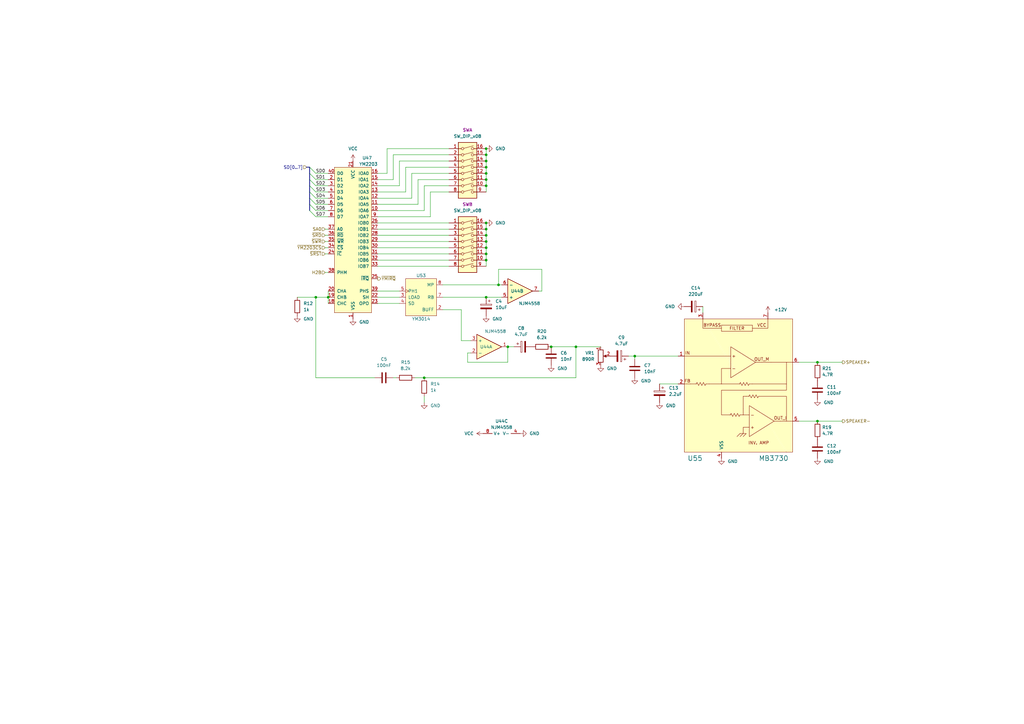
<source format=kicad_sch>
(kicad_sch (version 20211123) (generator eeschema)
  (paper "A3")
  (title_block (title "Insector X - P0-056A") (date "2022-12-06") (company "Ulf Skutnabba, twitter: @skutis77"))
  (lib_symbols
    (symbol "Device:C" (pin_numbers hide) (pin_names (offset 0.254))
      (property "Reference" "C" (at 0.635 2.54 0))
      (property "Value" "C" (at 0.635 -2.54 0))
      (symbol "C_0_1"
        (polyline (pts (xy -2.032 -0.762) (xy 2.032 -0.762)) (stroke (width 0.508)))
        (polyline (pts (xy -2.032 0.762) (xy 2.032 0.762)) (stroke (width 0.508)))
      )
      (symbol "C_1_1"
        (pin passive line (at 0 3.81 270) (length 2.794) (name "~") (number "1"))
        (pin passive line (at 0 -3.81 90) (length 2.794) (name "~") (number "2"))
      )
    )
    (symbol "Device:C_Polarized" (pin_numbers hide) (pin_names (offset 0.254))
      (property "Reference" "C" (at 0.635 2.54 0))
      (property "Value" "C_Polarized" (at 0.635 -2.54 0))
      (symbol "C_Polarized_0_1"
        (rectangle (start -2.286 0.508) (end 2.286 1.016))
        (polyline (pts (xy -1.778 2.286) (xy -0.762 2.286)))
        (polyline (pts (xy -1.27 2.794) (xy -1.27 1.778)))
        (rectangle (start 2.286 -0.508) (end -2.286 -1.016) (fill (type outline)))
      )
      (symbol "C_Polarized_1_1"
        (pin passive line (at 0 3.81 270) (length 2.794) (name "~") (number "1"))
        (pin passive line (at 0 -3.81 90) (length 2.794) (name "~") (number "2"))
      )
    )
    (symbol "Device:Opamp_Dual"
      (property "Reference" "U" (at 0 5.08 0))
      (property "Value" "Opamp_Dual" (at 0 -5.08 0))
      (symbol "Opamp_Dual_1_1"
        (polyline (pts (xy -5.08 5.08) (xy 5.08 0) (xy -5.08 -5.08) (xy -5.08 5.08)) (stroke (width 0.254)) (fill (type background)))
        (pin output line (at 7.62 0 180) (length 2.54) (name "~") (number "1"))
        (pin input line (at -7.62 -2.54 0) (length 2.54) (name "-") (number "2"))
        (pin input line (at -7.62 2.54 0) (length 2.54) (name "+") (number "3"))
      )
      (symbol "Opamp_Dual_2_1"
        (polyline (pts (xy -5.08 5.08) (xy 5.08 0) (xy -5.08 -5.08) (xy -5.08 5.08)) (stroke (width 0.254)) (fill (type background)))
        (pin input line (at -7.62 2.54 0) (length 2.54) (name "+") (number "5"))
        (pin input line (at -7.62 -2.54 0) (length 2.54) (name "-") (number "6"))
        (pin output line (at 7.62 0 180) (length 2.54) (name "~") (number "7"))
      )
      (symbol "Opamp_Dual_3_1"
        (pin power_in line (at -2.54 -7.62 90) (length 3.81) (name "V-") (number "4"))
        (pin power_in line (at -2.54 7.62 270) (length 3.81) (name "V+") (number "8"))
      )
    )
    (symbol "Device:R" (pin_numbers hide) (pin_names (offset 0))
      (property "Reference" "R" (at 2.032 0 90))
      (property "Value" "R" (at 0 0 90))
      (symbol "R_0_1"
        (rectangle (start -1.016 -2.54) (end 1.016 2.54) (stroke (width 0.254)))
      )
      (symbol "R_1_1"
        (pin passive line (at 0 3.81 270) (length 1.27) (name "~") (number "1"))
        (pin passive line (at 0 -3.81 90) (length 1.27) (name "~") (number "2"))
      )
    )
    (symbol "Device:R_Potentiometer" (pin_names (offset 1.016) hide)
      (property "Reference" "RV" (at -4.445 0 90))
      (property "Value" "R_Potentiometer" (at -2.54 0 90))
      (symbol "R_Potentiometer_0_1"
        (polyline (pts (xy 2.54 0) (xy 1.524 0)))
        (polyline (pts (xy 1.143 0) (xy 2.286 0.508) (xy 2.286 -0.508) (xy 1.143 0)) (fill (type outline)))
        (rectangle (start 1.016 2.54) (end -1.016 -2.54) (stroke (width 0.254)))
      )
      (symbol "R_Potentiometer_1_1"
        (pin passive line (at 0 3.81 270) (length 1.27) (name "1") (number "1"))
        (pin passive line (at 3.81 0 180) (length 1.27) (name "2") (number "2"))
        (pin passive line (at 0 -3.81 90) (length 1.27) (name "3") (number "3"))
      )
    )
    (symbol "Switch:SW_DIP_x08" (pin_names (offset 0) hide)
      (property "Reference" "SW" (at 0 13.97 0))
      (property "Value" "SW_DIP_x08" (at 0 -11.43 0))
      (symbol "SW_DIP_x08_0_0"
        (circle (center -2.032 -7.62) (radius 0.508))
        (circle (center -2.032 -5.08) (radius 0.508))
        (circle (center -2.032 -2.54) (radius 0.508))
        (circle (center -2.032 0) (radius 0.508))
        (circle (center -2.032 2.54) (radius 0.508))
        (circle (center -2.032 5.08) (radius 0.508))
        (circle (center -2.032 7.62) (radius 0.508))
        (circle (center -2.032 10.16) (radius 0.508))
        (polyline (pts (xy -1.524 -7.4676) (xy 2.3622 -6.4262)))
        (polyline (pts (xy -1.524 -4.9276) (xy 2.3622 -3.8862)))
        (polyline (pts (xy -1.524 -2.3876) (xy 2.3622 -1.3462)))
        (polyline (pts (xy -1.524 0.127) (xy 2.3622 1.1684)))
        (polyline (pts (xy -1.524 2.667) (xy 2.3622 3.7084)))
        (polyline (pts (xy -1.524 5.207) (xy 2.3622 6.2484)))
        (polyline (pts (xy -1.524 7.747) (xy 2.3622 8.7884)))
        (polyline (pts (xy -1.524 10.287) (xy 2.3622 11.3284)))
        (circle (center 2.032 -7.62) (radius 0.508))
        (circle (center 2.032 -5.08) (radius 0.508))
        (circle (center 2.032 -2.54) (radius 0.508))
        (circle (center 2.032 0) (radius 0.508))
        (circle (center 2.032 2.54) (radius 0.508))
        (circle (center 2.032 5.08) (radius 0.508))
        (circle (center 2.032 7.62) (radius 0.508))
        (circle (center 2.032 10.16) (radius 0.508))
      )
      (symbol "SW_DIP_x08_0_1"
        (rectangle (start -3.81 12.7) (end 3.81 -10.16) (stroke (width 0.254)) (fill (type background)))
      )
      (symbol "SW_DIP_x08_1_1"
        (pin passive line (at -7.62 10.16 0) (length 5.08) (name "~") (number "1"))
        (pin passive line (at 7.62 -5.08 180) (length 5.08) (name "~") (number "10"))
        (pin passive line (at 7.62 -2.54 180) (length 5.08) (name "~") (number "11"))
        (pin passive line (at 7.62 0 180) (length 5.08) (name "~") (number "12"))
        (pin passive line (at 7.62 2.54 180) (length 5.08) (name "~") (number "13"))
        (pin passive line (at 7.62 5.08 180) (length 5.08) (name "~") (number "14"))
        (pin passive line (at 7.62 7.62 180) (length 5.08) (name "~") (number "15"))
        (pin passive line (at 7.62 10.16 180) (length 5.08) (name "~") (number "16"))
        (pin passive line (at -7.62 7.62 0) (length 5.08) (name "~") (number "2"))
        (pin passive line (at -7.62 5.08 0) (length 5.08) (name "~") (number "3"))
        (pin passive line (at -7.62 2.54 0) (length 5.08) (name "~") (number "4"))
        (pin passive line (at -7.62 0 0) (length 5.08) (name "~") (number "5"))
        (pin passive line (at -7.62 -2.54 0) (length 5.08) (name "~") (number "6"))
        (pin passive line (at -7.62 -5.08 0) (length 5.08) (name "~") (number "7"))
        (pin passive line (at -7.62 -7.62 0) (length 5.08) (name "~") (number "8"))
        (pin passive line (at 7.62 -7.62 180) (length 5.08) (name "~") (number "9"))
      )
    )
    (symbol "fujitsu:MB3730" (pin_names (offset 1.016))
      (property "Reference" "U" (at -12.7 17.78 0))
      (property "Value" "MB3730" (at 12.7 17.78 0))
      (symbol "MB3730_0_0"
        (rectangle (start -6.35 25.4) (end 6.35 22.86))
        (polyline (pts (xy -2.54 12.7) (xy -21.59 12.7)))
        (polyline (pts (xy 1.27 -20.32) (xy 2.54 -19.05)))
        (polyline (pts (xy 1.27 -19.05) (xy 0 -20.32)))
        (polyline (pts (xy 2.54 -11.43) (xy 5.08 -11.43)))
        (polyline (pts (xy 2.54 -8.89) (xy 2.54 -11.43)))
        (polyline (pts (xy 2.54 -8.89) (xy 2.54 -3.81)))
        (polyline (pts (xy 3.81 -3.81) (xy 2.54 -3.81)))
        (polyline (pts (xy 10.16 10.16) (xy 7.62 10.16)))
        (polyline (pts (xy 13.97 10.16) (xy 10.16 10.16)))
        (polyline (pts (xy 17.78 -13.97) (xy 15.24 -13.97)))
        (polyline (pts (xy 20.32 -13.97) (xy 22.86 -13.97)))
        (polyline (pts (xy 20.32 1.27) (xy 20.32 10.16)))
        (polyline (pts (xy 20.32 10.16) (xy 13.97 10.16)))
        (polyline (pts (xy 20.32 10.16) (xy 22.86 10.16)))
        (polyline (pts (xy -6.35 24.13) (xy -13.97 24.13) (xy -13.97 27.94)))
        (polyline (pts (xy 12.7 27.94) (xy 12.7 24.13) (xy 6.35 24.13)))
        (polyline (pts (xy -13.97 27.94) (xy -21.59 27.94) (xy -21.59 -26.67) (xy 20.32 -26.67)) (fill (type background)))
        (polyline (pts (xy 5.08 -1.27) (xy -6.35 -1.27) (xy -6.35 -11.43) (xy -2.54 -11.43)))
        (polyline (pts (xy 5.08 -1.27) (xy 20.32 -1.27) (xy 20.32 1.27) (xy 6.35 1.27)))
        (polyline (pts (xy 8.89 -3.81) (xy 20.32 -3.81) (xy 20.32 -13.97) (xy 17.78 -13.97)))
        (polyline (pts (xy 20.32 -26.67) (xy 22.86 -26.67) (xy 22.86 27.94) (xy -13.97 27.94)) (fill (type background)))
        (polyline (pts (xy 5.08 -16.51) (xy 2.54 -16.51) (xy 2.54 -19.05) (xy 1.27 -19.05) (xy 2.54 -19.05) (xy 3.81 -19.05) (xy 2.54 -20.32)))
        (text "+" (at -1.27 12.7 0) (effects (font (size 1.27 1.27))))
        (text "+" (at 6.35 -16.51 0) (effects (font (size 1.27 1.27))))
        (text "-" (at -1.27 7.62 0) (effects (font (size 1.27 1.27))))
        (text "-" (at 6.35 -11.43 0) (effects (font (size 1.27 1.27))))
        (text "BYPASS" (at -10.16 25.4 0) (effects (font (size 1.27 1.27))))
        (text "FB" (at -20.32 2.54 0) (effects (font (size 1.27 1.27))))
        (text "FILTER" (at 0 24.13 0) (effects (font (size 1.27 1.27))))
        (text "IN" (at -20.32 13.97 0) (effects (font (size 1.27 1.27))))
        (text "INV. AMP" (at 8.89 -22.86 0) (effects (font (size 1.27 1.27))))
        (text "OUT_I" (at 17.78 -12.7 0) (effects (font (size 1.27 1.27))))
        (text "OUT_M" (at 10.16 11.43 0) (effects (font (size 1.27 1.27))))
        (text "VCC" (at 10.16 25.4 0) (effects (font (size 1.27 1.27))))
      )
      (symbol "MB3730_0_1"
        (polyline (pts (xy -21.59 1.27) (xy -19.05 1.27)))
        (polyline (pts (xy -16.51 1.27) (xy -19.05 1.27)))
        (polyline (pts (xy -6.35 1.27) (xy -11.43 1.27)))
        (polyline (pts (xy -6.35 1.27) (xy 1.27 1.27)))
        (polyline (pts (xy -2.54 7.62) (xy -6.35 7.62) (xy -6.35 1.27)))
      )
      (symbol "MB3730_1_1"
        (polyline (pts (xy -12.7508 1.27) (xy -11.43 1.27)))
        (polyline (pts (xy 1.2192 -11.43) (xy 2.54 -11.43)))
        (polyline (pts (xy 3.7592 -3.81) (xy 5.08 -3.81)))
        (polyline (pts (xy 5.0292 1.27) (xy 6.35 1.27)))
        (polyline (pts (xy 7.62 10.16) (xy -2.54 3.81) (xy -2.54 16.51) (xy 7.62 10.16)))
        (polyline (pts (xy 15.24 -13.97) (xy 5.08 -20.32) (xy 5.08 -7.62) (xy 15.24 -13.97)) (fill (type background)))
        (polyline (pts (xy -16.7132 1.27) (xy -16.383 1.905) (xy -15.7226 0.635) (xy -15.0622 1.905) (xy -14.4018 0.635) (xy -13.7414 1.905) (xy -13.081 0.635) (xy -12.7508 1.27)))
        (polyline (pts (xy -2.7432 -11.43) (xy -2.413 -10.795) (xy -1.7526 -12.065) (xy -1.0922 -10.795) (xy -0.4318 -12.065) (xy 0.2286 -10.795) (xy 0.889 -12.065) (xy 1.2192 -11.43)))
        (polyline (pts (xy 1.0668 1.27) (xy 1.397 1.905) (xy 2.0574 0.635) (xy 2.7178 1.905) (xy 3.3782 0.635) (xy 4.0386 1.905) (xy 4.699 0.635) (xy 5.0292 1.27)))
        (polyline (pts (xy 4.8768 -3.81) (xy 5.207 -3.175) (xy 5.8674 -4.445) (xy 6.5278 -3.175) (xy 7.1882 -4.445) (xy 7.8486 -3.175) (xy 8.509 -4.445) (xy 8.8392 -3.81)))
        (pin input line (at -24.13 12.7 0) (length 2.54) (name "~") (number "1"))
        (pin input line (at -24.13 1.27 0) (length 2.54) (name "~") (number "2"))
        (pin input line (at -13.97 30.48 270) (length 2.54) (name "~") (number "3"))
        (pin power_in line (at -6.35 -29.21 90) (length 2.54) (name "VSS") (number "4"))
        (pin output line (at 25.4 -13.97 180) (length 2.54) (name "~") (number "5"))
        (pin output line (at 25.4 10.16 180) (length 2.54) (name "~") (number "6"))
        (pin power_in line (at 12.7 30.48 270) (length 2.54) (name "~") (number "7"))
      )
    )
    (symbol "power:+12V" (power) (pin_names (offset 0))
      (property "Value" "+12V" (at 0 3.556 0))
      (symbol "+12V_0_1"
        (polyline (pts (xy -0.762 1.27) (xy 0 2.54)))
        (polyline (pts (xy 0 0) (xy 0 2.54)))
        (polyline (pts (xy 0 2.54) (xy 0.762 1.27)))
      )
      (symbol "+12V_1_1"
        (pin power_in line (at 0 0 90) (length 0) hide (name "+12V") (number "1"))
      )
    )
    (symbol "power:GND" (power) (pin_names (offset 0))
      (property "Value" "GND" (at 0 -3.81 0))
      (symbol "GND_0_1"
        (polyline (pts (xy 0 0) (xy 0 -1.27) (xy 1.27 -1.27) (xy 0 -2.54) (xy -1.27 -1.27) (xy 0 -1.27)))
      )
      (symbol "GND_1_1"
        (pin power_in line (at 0 0 270) (length 0) hide (name "GND") (number "1"))
      )
    )
    (symbol "power:VCC" (power) (pin_names (offset 0))
      (property "Value" "VCC" (at 0 3.81 0))
      (symbol "VCC_0_1"
        (polyline (pts (xy -0.762 1.27) (xy 0 2.54)))
        (polyline (pts (xy 0 0) (xy 0 2.54)))
        (polyline (pts (xy 0 2.54) (xy 0.762 1.27)))
      )
      (symbol "VCC_1_1"
        (pin power_in line (at 0 0 90) (length 0) hide (name "VCC") (number "1"))
      )
    )
    (symbol "yamaha:YM2203" (pin_names (offset 1.016))
      (property "Reference" "YM" (at 7.62 24.13 0))
      (property "Value" "YM2203" (at 3.81 -38.1 0))
      (symbol "YM2203_0_1"
        (rectangle (start -7.62 22.86) (end 7.62 -36.83) (fill (type background)))
      )
      (symbol "YM2203_1_1"
        (pin power_in line (at 0 -39.37 90) (length 2.54) (name "VSS") (number "1"))
        (pin bidirectional line (at 10.16 5.08 180) (length 2.54) (name "IOA6") (number "10"))
        (pin bidirectional line (at 10.16 7.62 180) (length 2.54) (name "IOA5") (number "11"))
        (pin bidirectional line (at 10.16 10.16 180) (length 2.54) (name "IOA4") (number "12"))
        (pin bidirectional line (at 10.16 12.7 180) (length 2.54) (name "IOA3") (number "13"))
        (pin bidirectional line (at 10.16 15.24 180) (length 2.54) (name "IOA2") (number "14"))
        (pin bidirectional line (at 10.16 17.78 180) (length 2.54) (name "IOA1") (number "15"))
        (pin bidirectional line (at 10.16 20.32 180) (length 2.54) (name "IOA0") (number "16"))
        (pin passive line (at -10.16 -33.02 0) (length 2.54) (name "CHC") (number "18"))
        (pin passive line (at -10.16 -30.48 0) (length 2.54) (name "CHB") (number "19"))
        (pin tri_state line (at -10.16 17.78 0) (length 2.54) (name "D1") (number "2"))
        (pin passive line (at -10.16 -27.94 0) (length 2.54) (name "CHA") (number "20"))
        (pin power_in line (at 0 25.4 270) (length 2.54) (name "VCC") (number "21"))
        (pin output line (at 10.16 -30.48 180) (length 2.54) (name "SH") (number "22"))
        (pin output line (at 10.16 -33.02 180) (length 2.54) (name "OPO") (number "23"))
        (pin input line (at -10.16 -12.7 0) (length 2.54) (name "~{IC}") (number "24"))
        (pin output line (at 10.16 -22.86 180) (length 2.54) (name "~{IRQ}") (number "25"))
        (pin bidirectional line (at 10.16 0 180) (length 2.54) (name "IOB0") (number "26"))
        (pin bidirectional line (at 10.16 -2.54 180) (length 2.54) (name "IOB1") (number "27"))
        (pin bidirectional line (at 10.16 -5.08 180) (length 2.54) (name "IOB2") (number "28"))
        (pin bidirectional line (at 10.16 -7.62 180) (length 2.54) (name "IOB3") (number "29"))
        (pin tri_state line (at -10.16 15.24 0) (length 2.54) (name "D2") (number "3"))
        (pin bidirectional line (at 10.16 -10.16 180) (length 2.54) (name "IOB4") (number "30"))
        (pin bidirectional line (at 10.16 -12.7 180) (length 2.54) (name "IOB5") (number "31"))
        (pin bidirectional line (at 10.16 -15.24 180) (length 2.54) (name "IOB6") (number "32"))
        (pin bidirectional line (at 10.16 -17.78 180) (length 2.54) (name "IOB7") (number "33"))
        (pin input line (at -10.16 -10.16 0) (length 2.54) (name "~{CS}") (number "34"))
        (pin input line (at -10.16 -7.62 0) (length 2.54) (name "~{WR}") (number "35"))
        (pin input line (at -10.16 -5.08 0) (length 2.54) (name "~{RD}") (number "36"))
        (pin input line (at -10.16 -2.54 0) (length 2.54) (name "A0") (number "37"))
        (pin input line (at -10.16 -20.32 0) (length 2.54) (name "PHM") (number "38"))
        (pin output line (at 10.16 -27.94 180) (length 2.54) (name "PHS") (number "39"))
        (pin tri_state line (at -10.16 12.7 0) (length 2.54) (name "D3") (number "4"))
        (pin tri_state line (at -10.16 20.32 0) (length 2.54) (name "D0") (number "40"))
        (pin tri_state line (at -10.16 10.16 0) (length 2.54) (name "D4") (number "5"))
        (pin tri_state line (at -10.16 7.62 0) (length 2.54) (name "D5") (number "6"))
        (pin tri_state line (at -10.16 5.08 0) (length 2.54) (name "D6") (number "7"))
        (pin tri_state line (at -10.16 2.54 0) (length 2.54) (name "D7") (number "8"))
        (pin bidirectional line (at 10.16 2.54 180) (length 2.54) (name "IOA7") (number "9"))
      )
    )
    (symbol "yamaha:YM3014" (pin_names (offset 1.016))
      (property "Reference" "YM" (at -2.54 15.24 0))
      (property "Value" "YM3014" (at 0 12.7 0))
      (symbol "YM3014_0_1"
        (rectangle (start -5.08 11.43) (end 7.62 -3.81) (fill (type background)))
      )
      (symbol "YM3014_1_1"
        (pin power_in line (at 1.27 11.43 270) (length 2.54) hide (name "VCC") (number "1"))
        (pin output line (at 10.16 -1.27 180) (length 2.54) (name "BUFF") (number "2"))
        (pin input line (at -7.62 3.81 0) (length 2.54) (name "LOAD") (number "3"))
        (pin input line (at -7.62 1.27 0) (length 2.54) (name "SD") (number "4"))
        (pin input clock (at -7.62 6.35 0) (length 2.54) (name "PH1") (number "5"))
        (pin power_in line (at 1.27 -3.81 90) (length 2.54) hide (name "VSS") (number "6"))
        (pin output line (at 10.16 3.81 180) (length 2.54) (name "RB") (number "7"))
        (pin bidirectional line (at 10.16 8.89 180) (length 2.54) (name "MP") (number "8"))
      )
    )
  )
  (junction (at 199.39 96.52))
  (junction (at 199.39 63.5))
  (junction (at 199.39 60.96))
  (junction (at 129.54 121.92))
  (junction (at 199.39 99.06))
  (junction (at 199.39 106.68))
  (junction (at 134.62 121.92))
  (junction (at 199.39 121.92))
  (junction (at 204.47 116.84))
  (junction (at 335.28 172.72))
  (junction (at 226.06 142.24))
  (junction (at 199.39 76.2))
  (junction (at 199.39 101.6))
  (junction (at 199.39 93.98))
  (junction (at 199.39 71.12))
  (junction (at 236.22 142.24))
  (junction (at 208.28 142.24))
  (junction (at 199.39 104.14))
  (junction (at 199.39 68.58))
  (junction (at 199.39 73.66))
  (junction (at 260.35 146.05))
  (junction (at 199.39 66.04))
  (junction (at 199.39 91.44))
  (junction (at 335.28 148.59))
  (junction (at 173.99 154.94))
  (bus_entry (at 127 78.74) (size 2.54 2.54))
  (bus_entry (at 127 73.66) (size 2.54 2.54))
  (bus_entry (at 127 76.2) (size 2.54 2.54))
  (bus_entry (at 127 81.28) (size 2.54 2.54))
  (bus_entry (at 127 83.82) (size 2.54 2.54))
  (bus_entry (at 127 68.58) (size 2.54 2.54))
  (bus_entry (at 127 71.12) (size 2.54 2.54))
  (bus_entry (at 127 86.36) (size 2.54 2.54))
  (wire (pts (xy 199.39 99.06) (xy 199.39 101.6)))
  (wire (pts (xy 129.54 88.9) (xy 134.62 88.9)))
  (wire (pts (xy 327.66 148.59) (xy 335.28 148.59)))
  (wire (pts (xy 154.94 91.44) (xy 184.15 91.44)))
  (wire (pts (xy 154.94 119.38) (xy 163.83 119.38)))
  (wire (pts (xy 173.99 165.1) (xy 173.99 162.56)))
  (wire (pts (xy 199.39 106.68) (xy 199.39 109.22)))
  (wire (pts (xy 208.28 142.24) (xy 210.82 142.24)))
  (wire (pts (xy 199.39 71.12) (xy 199.39 73.66)))
  (wire (pts (xy 154.94 121.92) (xy 163.83 121.92)))
  (wire (pts (xy 191.77 148.59) (xy 208.28 148.59)))
  (wire (pts (xy 173.99 86.36) (xy 173.99 76.2)))
  (wire (pts (xy 134.62 119.38) (xy 134.62 121.92)))
  (wire (pts (xy 173.99 154.94) (xy 236.22 154.94)))
  (wire (pts (xy 236.22 142.24) (xy 246.38 142.24)))
  (wire (pts (xy 270.51 157.48) (xy 278.13 157.48)))
  (wire (pts (xy 168.91 81.28) (xy 168.91 71.12)))
  (wire (pts (xy 153.67 154.94) (xy 129.54 154.94)))
  (wire (pts (xy 199.39 104.14) (xy 199.39 106.68)))
  (wire (pts (xy 158.75 71.12) (xy 158.75 60.96)))
  (wire (pts (xy 199.39 66.04) (xy 199.39 68.58)))
  (wire (pts (xy 166.37 68.58) (xy 184.15 68.58)))
  (wire (pts (xy 154.94 78.74) (xy 166.37 78.74)))
  (wire (pts (xy 154.94 99.06) (xy 184.15 99.06)))
  (wire (pts (xy 129.54 83.82) (xy 134.62 83.82)))
  (bus (pts (xy 127 83.82) (xy 127 81.28)))
  (wire (pts (xy 199.39 101.6) (xy 199.39 104.14)))
  (wire (pts (xy 161.29 73.66) (xy 161.29 63.5)))
  (wire (pts (xy 154.94 88.9) (xy 176.53 88.9)))
  (wire (pts (xy 204.47 116.84) (xy 205.74 116.84)))
  (bus (pts (xy 127 76.2) (xy 127 73.66)))
  (wire (pts (xy 335.28 172.72) (xy 345.44 172.72)))
  (wire (pts (xy 335.28 148.59) (xy 345.44 148.59)))
  (wire (pts (xy 134.62 121.92) (xy 134.62 124.46)))
  (wire (pts (xy 199.39 63.5) (xy 199.39 66.04)))
  (wire (pts (xy 327.66 172.72) (xy 335.28 172.72)))
  (bus (pts (xy 127 73.66) (xy 127 71.12)))
  (wire (pts (xy 121.92 121.92) (xy 129.54 121.92)))
  (wire (pts (xy 129.54 73.66) (xy 134.62 73.66)))
  (wire (pts (xy 193.04 139.7) (xy 189.23 139.7)))
  (wire (pts (xy 161.29 63.5) (xy 184.15 63.5)))
  (wire (pts (xy 133.35 111.76) (xy 134.62 111.76)))
  (wire (pts (xy 193.04 144.78) (xy 191.77 144.78)))
  (wire (pts (xy 168.91 71.12) (xy 184.15 71.12)))
  (wire (pts (xy 129.54 76.2) (xy 134.62 76.2)))
  (wire (pts (xy 171.45 83.82) (xy 171.45 73.66)))
  (wire (pts (xy 176.53 88.9) (xy 176.53 78.74)))
  (wire (pts (xy 208.28 148.59) (xy 208.28 142.24)))
  (wire (pts (xy 133.35 104.14) (xy 134.62 104.14)))
  (wire (pts (xy 154.94 106.68) (xy 184.15 106.68)))
  (wire (pts (xy 191.77 144.78) (xy 191.77 148.59)))
  (wire (pts (xy 199.39 93.98) (xy 199.39 96.52)))
  (wire (pts (xy 154.94 109.22) (xy 184.15 109.22)))
  (wire (pts (xy 154.94 86.36) (xy 173.99 86.36)))
  (wire (pts (xy 133.35 93.98) (xy 134.62 93.98)))
  (bus (pts (xy 127 71.12) (xy 127 68.58)))
  (wire (pts (xy 154.94 124.46) (xy 163.83 124.46)))
  (wire (pts (xy 199.39 60.96) (xy 199.39 63.5)))
  (wire (pts (xy 162.56 154.94) (xy 161.29 154.94)))
  (wire (pts (xy 222.25 119.38) (xy 222.25 110.49)))
  (bus (pts (xy 127 81.28) (xy 127 78.74)))
  (wire (pts (xy 129.54 81.28) (xy 134.62 81.28)))
  (wire (pts (xy 260.35 147.32) (xy 260.35 146.05)))
  (wire (pts (xy 181.61 116.84) (xy 204.47 116.84)))
  (wire (pts (xy 189.23 127) (xy 181.61 127)))
  (wire (pts (xy 199.39 73.66) (xy 199.39 76.2)))
  (wire (pts (xy 222.25 110.49) (xy 204.47 110.49)))
  (wire (pts (xy 129.54 154.94) (xy 129.54 121.92)))
  (wire (pts (xy 133.35 99.06) (xy 134.62 99.06)))
  (wire (pts (xy 173.99 76.2) (xy 184.15 76.2)))
  (wire (pts (xy 257.81 146.05) (xy 260.35 146.05)))
  (wire (pts (xy 199.39 91.44) (xy 199.39 93.98)))
  (wire (pts (xy 129.54 121.92) (xy 134.62 121.92)))
  (bus (pts (xy 127 86.36) (xy 127 83.82)))
  (wire (pts (xy 154.94 96.52) (xy 184.15 96.52)))
  (wire (pts (xy 181.61 121.92) (xy 199.39 121.92)))
  (wire (pts (xy 220.98 119.38) (xy 222.25 119.38)))
  (wire (pts (xy 154.94 104.14) (xy 184.15 104.14)))
  (wire (pts (xy 154.94 101.6) (xy 184.15 101.6)))
  (wire (pts (xy 226.06 142.24) (xy 236.22 142.24)))
  (bus (pts (xy 125.73 68.58) (xy 127 68.58)))
  (bus (pts (xy 127 78.74) (xy 127 76.2)))
  (wire (pts (xy 158.75 60.96) (xy 184.15 60.96)))
  (wire (pts (xy 133.35 101.6) (xy 134.62 101.6)))
  (wire (pts (xy 199.39 76.2) (xy 199.39 78.74)))
  (wire (pts (xy 171.45 73.66) (xy 184.15 73.66)))
  (wire (pts (xy 236.22 154.94) (xy 236.22 142.24)))
  (wire (pts (xy 129.54 86.36) (xy 134.62 86.36)))
  (wire (pts (xy 154.94 76.2) (xy 163.83 76.2)))
  (wire (pts (xy 154.94 81.28) (xy 168.91 81.28)))
  (wire (pts (xy 154.94 93.98) (xy 184.15 93.98)))
  (wire (pts (xy 199.39 96.52) (xy 199.39 99.06)))
  (wire (pts (xy 154.94 73.66) (xy 161.29 73.66)))
  (wire (pts (xy 163.83 66.04) (xy 184.15 66.04)))
  (wire (pts (xy 199.39 121.92) (xy 205.74 121.92)))
  (wire (pts (xy 288.29 125.73) (xy 288.29 128.27)))
  (wire (pts (xy 154.94 83.82) (xy 171.45 83.82)))
  (wire (pts (xy 204.47 110.49) (xy 204.47 116.84)))
  (wire (pts (xy 170.18 154.94) (xy 173.99 154.94)))
  (wire (pts (xy 260.35 146.05) (xy 278.13 146.05)))
  (wire (pts (xy 189.23 139.7) (xy 189.23 127)))
  (wire (pts (xy 129.54 78.74) (xy 134.62 78.74)))
  (wire (pts (xy 129.54 71.12) (xy 134.62 71.12)))
  (wire (pts (xy 163.83 76.2) (xy 163.83 66.04)))
  (wire (pts (xy 133.35 96.52) (xy 134.62 96.52)))
  (wire (pts (xy 154.94 71.12) (xy 158.75 71.12)))
  (wire (pts (xy 166.37 78.74) (xy 166.37 68.58)))
  (wire (pts (xy 199.39 68.58) (xy 199.39 71.12)))
  (wire (pts (xy 176.53 78.74) (xy 184.15 78.74)))
  (label "SD4" (at 129.54 81.28 0))
  (label "SD6" (at 129.54 86.36 0))
  (label "SD1" (at 129.54 73.66 0))
  (label "SD2" (at 129.54 76.2 0))
  (label "SD3" (at 129.54 78.74 0))
  (label "SD7" (at 129.54 88.9 0))
  (label "SD0" (at 129.54 71.12 0))
  (label "SD5" (at 129.54 83.82 0))
  (hierarchical_label "SA0" (shape input) (at 133.35 93.98 180))
  (hierarchical_label "H2B" (shape input) (at 133.35 111.76 180))
  (hierarchical_label "SPEAKER+" (shape output) (at 345.44 148.59 0))
  (hierarchical_label "SD[0..7]" (shape input) (at 125.73 68.58 180))
  (hierarchical_label "~{SRST}" (shape input) (at 133.35 104.14 180))
  (hierarchical_label "SPEAKER-" (shape output) (at 345.44 172.72 0))
  (hierarchical_label "~{YM2203CS}" (shape input) (at 133.35 101.6 180))
  (hierarchical_label "~{SWR}" (shape input) (at 133.35 99.06 180))
  (hierarchical_label "~{YMIRQ}" (shape output) (at 154.94 114.3 0))
  (hierarchical_label "~{SRD}" (shape input) (at 133.35 96.52 180))
  (symbol (lib_id "power:GND") (at 144.78 130.81 0) (mirror y) (unit 1)
    (property "Reference" "#PWR0220" (effects hide))
    (property "Value" "GND" (at 147.32 132.0799 0) (effects (justify right)))
  )
  (symbol (lib_id "power:GND") (at 295.91 187.96 0) (unit 1)
    (property "Reference" "#PWR0205" (effects hide))
    (property "Value" "GND" (at 298.45 189.2299 0) (effects (justify left)))
  )
  (symbol (lib_id "Device:Opamp_Dual") (at 205.74 175.26 90) (unit 3)
    (property "Reference" "U44" (at 205.74 172.72 90))
    (property "Value" "NJM4558" (at 205.74 175.26 90))
  )
  (symbol (lib_id "power:GND") (at 335.28 187.96 0) (unit 1)
    (property "Reference" "#PWR0207" (effects hide))
    (property "Value" "GND" (at 337.82 189.2299 0) (effects (justify left)))
  )
  (symbol (lib_id "power:GND") (at 199.39 91.44 90) (unit 1)
    (property "Reference" "#PWR0179" (effects hide))
    (property "Value" "GND" (at 203.2 91.4399 90) (effects (justify right)))
  )
  (symbol (lib_id "Device:C_Polarized") (at 199.39 125.73 0) (mirror y) (unit 1)
    (property "Reference" "C4" (at 203.2 123.5709 0) (effects (justify right)))
    (property "Value" "10uF" (at 203.2 126.1109 0) (effects (justify right)))
  )
  (symbol (lib_id "power:GND") (at 335.28 163.83 0) (unit 1)
    (property "Reference" "#PWR0208" (effects hide))
    (property "Value" "GND" (at 337.82 165.0999 0) (effects (justify left)))
  )
  (symbol (lib_id "fujitsu:MB3730") (at 302.26 158.75 0) (unit 1)
    (property "Reference" "U55" (at 281.94 187.96 0) (effects (font (size 2.0066 2.0066)) (justify left)))
    (property "Value" "MB3730" (at 311.15 187.96 0) (effects (font (size 2.0066 2.0066)) (justify left)))
    (property "Datasheet" "https://html.alldatasheet.com/html-pdf/167643/FUJITSU/MB3730A/294/1/MB3730A.html" (effects hide))
  )
  (symbol (lib_id "Device:R") (at 166.37 154.94 90) (mirror x) (unit 1)
    (property "Reference" "R15" (at 166.37 148.59 90))
    (property "Value" "8.2k" (at 166.37 151.13 90))
  )
  (symbol (lib_id "power:GND") (at 199.39 60.96 90) (unit 1)
    (property "Reference" "#PWR0194" (effects hide))
    (property "Value" "GND" (at 203.2 60.9599 90) (effects (justify right)))
  )
  (symbol (lib_id "power:GND") (at 270.51 165.1 0) (mirror y) (unit 1)
    (property "Reference" "#PWR0202" (effects hide))
    (property "Value" "GND" (at 273.05 166.3699 0) (effects (justify right)))
  )
  (symbol (lib_id "Device:C_Polarized") (at 284.48 125.73 270) (mirror x) (unit 1)
    (property "Reference" "C14" (at 285.369 118.11 90))
    (property "Value" "220uF" (at 285.369 120.65 90))
  )
  (symbol (lib_id "power:GND") (at 260.35 154.94 0) (mirror y) (unit 1)
    (property "Reference" "#PWR0201" (effects hide))
    (property "Value" "GND" (at 262.89 156.2099 0) (effects (justify right)))
  )
  (symbol (lib_id "Device:R") (at 173.99 158.75 0) (mirror y) (unit 1)
    (property "Reference" "R14" (at 176.53 157.4799 0) (effects (justify right)))
    (property "Value" "1k" (at 176.53 160.0199 0) (effects (justify right)))
  )
  (symbol (lib_id "Device:Opamp_Dual") (at 200.66 142.24 0) (unit 1)
    (property "Reference" "U44" (at 199.39 142.24 0))
    (property "Value" "NJM4558" (at 203.2 135.89 0))
  )
  (symbol (lib_id "power:GND") (at 121.92 129.54 0) (mirror y) (unit 1)
    (property "Reference" "#PWR0200" (effects hide))
    (property "Value" "GND" (at 124.46 130.8099 0) (effects (justify right)))
  )
  (symbol (lib_id "power:GND") (at 246.38 149.86 0) (mirror y) (unit 1)
    (property "Reference" "#PWR0203" (effects hide))
    (property "Value" "GND" (at 248.92 151.1299 0) (effects (justify right)))
  )
  (symbol (lib_id "Device:C") (at 157.48 154.94 270) (unit 1)
    (property "Reference" "C5" (at 157.48 147.32 90))
    (property "Value" "100nF" (at 157.48 149.86 90))
  )
  (symbol (lib_id "Device:C") (at 335.28 160.02 180) (unit 1)
    (property "Reference" "C11" (at 339.09 158.7499 0) (effects (justify right)))
    (property "Value" "100nF" (at 339.09 161.2899 0) (effects (justify right)))
  )
  (symbol (lib_id "Device:C") (at 226.06 146.05 0) (unit 1)
    (property "Reference" "C6" (at 229.87 144.7799 0) (effects (justify left)))
    (property "Value" "10nF" (at 229.87 147.3199 0) (effects (justify left)))
  )
  (symbol (lib_id "Device:R") (at 222.25 142.24 270) (mirror x) (unit 1)
    (property "Reference" "R20" (at 222.25 135.89 90))
    (property "Value" "6.2k" (at 222.25 138.43 90))
  )
  (symbol (lib_id "yamaha:YM2203") (at 144.78 91.44 0) (unit 1)
    (property "Reference" "U47" (at 148.59 64.77 0) (effects (justify left)))
    (property "Value" "YM2203" (at 147.32 67.31 0) (effects (justify left)))
    (property "Footprint" "Package_DIP:DIP-40_W15.24mm" (effects hide))
    (property "Datasheet" "https://pdf1.alldatasheet.com/datasheet-pdf/view/90458/ETC/YM2203.html" (effects hide))
  )
  (symbol (lib_id "Device:C_Polarized") (at 214.63 142.24 90) (mirror x) (unit 1)
    (property "Reference" "C8" (at 213.741 134.62 90))
    (property "Value" "4.7uF" (at 213.741 137.16 90))
  )
  (symbol (lib_id "yamaha:YM3014") (at 171.45 125.73 0) (unit 1)
    (property "Reference" "U53" (at 172.72 113.03 0))
    (property "Value" "YM3014" (at 172.72 130.81 0))
    (property "Footprint" "Package_DIP:DIP-8_W7.62mm" (effects hide))
    (property "Datasheet" "https://pdf1.alldatasheet.com/datasheet-pdf/view/1132271/YAMAHA/YM3014B.html" (effects hide))
  )
  (symbol (lib_id "Device:C_Polarized") (at 270.51 161.29 0) (mirror y) (unit 1)
    (property "Reference" "C13" (at 274.32 159.1309 0) (effects (justify right)))
    (property "Value" "2.2uF" (at 274.32 161.6709 0) (effects (justify right)))
  )
  (symbol (lib_id "Device:R") (at 121.92 125.73 0) (mirror y) (unit 1)
    (property "Reference" "R12" (at 124.46 124.4599 0) (effects (justify right)))
    (property "Value" "1k" (at 124.46 126.9999 0) (effects (justify right)))
  )
  (symbol (lib_id "Device:R") (at 335.28 152.4 0) (mirror y) (unit 1)
    (property "Reference" "R21" (at 337.185 151.1299 0) (effects (justify right)))
    (property "Value" "4.7R" (at 337.185 153.6699 0) (effects (justify right)))
  )
  (symbol (lib_id "power:GND") (at 173.99 165.1 0) (mirror y) (unit 1)
    (property "Reference" "#PWR0199" (effects hide))
    (property "Value" "GND" (at 176.53 166.3699 0) (effects (justify right)))
  )
  (symbol (lib_id "Device:C") (at 335.28 184.15 180) (unit 1)
    (property "Reference" "C12" (at 339.09 182.8799 0) (effects (justify right)))
    (property "Value" "100nF" (at 339.09 185.4199 0) (effects (justify right)))
  )
  (symbol (lib_id "power:GND") (at 199.39 129.54 0) (mirror y) (unit 1)
    (property "Reference" "#PWR0197" (effects hide))
    (property "Value" "GND" (at 201.93 130.8099 0) (effects (justify right)))
  )
  (symbol (lib_id "power:GND") (at 213.36 177.8 90) (mirror x) (unit 1)
    (property "Reference" "#PWR0196" (effects hide))
    (property "Value" "GND" (at 217.17 177.7999 90) (effects (justify right)))
  )
  (symbol (lib_id "Switch:SW_DIP_x08") (at 191.77 101.6 0) (unit 1)
    (property "Reference" "SW3" (effects hide))
    (property "Value" "SW_DIP_x08" (at 191.77 86.36 0))
    (property "Reference2" "SWB" (at 191.77 83.82 0))
  )
  (symbol (lib_id "Device:C") (at 260.35 151.13 0) (unit 1)
    (property "Reference" "C7" (at 264.16 149.8599 0) (effects (justify left)))
    (property "Value" "10nF" (at 264.16 152.3999 0) (effects (justify left)))
  )
  (symbol (lib_id "Device:R_Potentiometer") (at 246.38 146.05 0) (unit 1)
    (property "Reference" "VR1" (at 243.84 144.7799 0) (effects (justify right)))
    (property "Value" "890R" (at 243.84 147.3199 0) (effects (justify right)))
  )
  (symbol (lib_id "power:VCC") (at 198.12 177.8 90) (unit 1)
    (property "Reference" "#PWR0221" (effects hide))
    (property "Value" "VCC" (at 194.31 177.7999 90) (effects (justify left)))
  )
  (symbol (lib_id "Device:C_Polarized") (at 254 146.05 270) (mirror x) (unit 1)
    (property "Reference" "C9" (at 254.889 138.43 90))
    (property "Value" "4.7uF" (at 254.889 140.97 90))
  )
  (symbol (lib_id "power:+12V") (at 314.96 128.27 0) (mirror y) (unit 1)
    (property "Reference" "#PWR0206" (effects hide))
    (property "Value" "+12V" (at 317.5 126.9999 0) (effects (justify right)))
  )
  (symbol (lib_id "power:GND") (at 280.67 125.73 270) (unit 1)
    (property "Reference" "#PWR0204" (effects hide))
    (property "Value" "GND" (at 276.86 125.7299 90) (effects (justify right)))
  )
  (symbol (lib_id "power:VCC") (at 144.78 66.04 0) (unit 1)
    (property "Reference" "#PWR0242" (effects hide))
    (property "Value" "VCC" (at 144.78 60.96 0))
  )
  (symbol (lib_id "Switch:SW_DIP_x08") (at 191.77 71.12 0) (unit 1)
    (property "Reference" "SW2" (effects hide))
    (property "Value" "SW_DIP_x08" (at 191.77 55.88 0))
    (property "Reference2" "SWA" (at 191.77 53.34 0))
  )
  (symbol (lib_id "power:GND") (at 226.06 149.86 0) (mirror y) (unit 1)
    (property "Reference" "#PWR0195" (effects hide))
    (property "Value" "GND" (at 228.6 151.1299 0) (effects (justify right)))
  )
  (symbol (lib_id "Device:R") (at 335.28 176.53 0) (mirror y) (unit 1)
    (property "Reference" "R19" (at 337.185 175.2599 0) (effects (justify right)))
    (property "Value" "4.7R" (at 337.185 177.7999 0) (effects (justify right)))
  )
  (symbol (lib_id "Device:Opamp_Dual") (at 213.36 119.38 0) (mirror x) (unit 2)
    (property "Reference" "U44" (at 212.09 119.38 0))
    (property "Value" "NJM4558" (at 217.17 124.46 0))
  )
)
</source>
